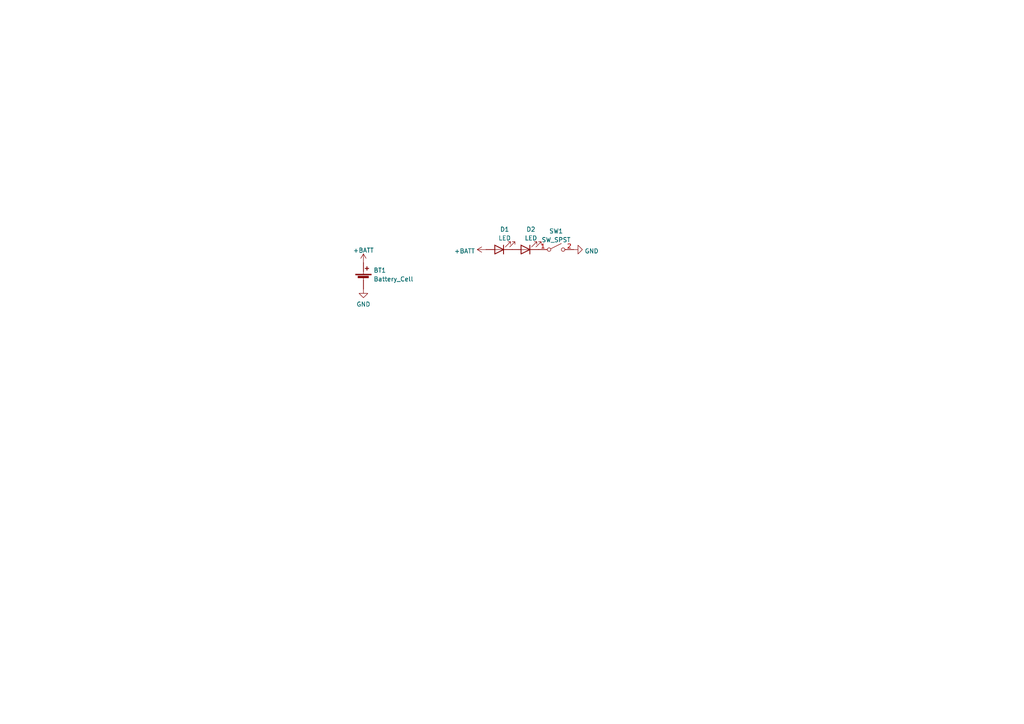
<source format=kicad_sch>
(kicad_sch (version 20211123) (generator eeschema)

  (uuid 8d3f370e-4548-4513-8243-fa262208bdc0)

  (paper "A4")

  (lib_symbols
    (symbol "Device:Battery_Cell" (pin_numbers hide) (pin_names (offset 0) hide) (in_bom yes) (on_board yes)
      (property "Reference" "BT" (id 0) (at 2.54 2.54 0)
        (effects (font (size 1.27 1.27)) (justify left))
      )
      (property "Value" "Battery_Cell" (id 1) (at 2.54 0 0)
        (effects (font (size 1.27 1.27)) (justify left))
      )
      (property "Footprint" "" (id 2) (at 0 1.524 90)
        (effects (font (size 1.27 1.27)) hide)
      )
      (property "Datasheet" "~" (id 3) (at 0 1.524 90)
        (effects (font (size 1.27 1.27)) hide)
      )
      (property "ki_keywords" "battery cell" (id 4) (at 0 0 0)
        (effects (font (size 1.27 1.27)) hide)
      )
      (property "ki_description" "Single-cell battery" (id 5) (at 0 0 0)
        (effects (font (size 1.27 1.27)) hide)
      )
      (symbol "Battery_Cell_0_1"
        (rectangle (start -2.286 1.778) (end 2.286 1.524)
          (stroke (width 0) (type default) (color 0 0 0 0))
          (fill (type outline))
        )
        (rectangle (start -1.5748 1.1938) (end 1.4732 0.6858)
          (stroke (width 0) (type default) (color 0 0 0 0))
          (fill (type outline))
        )
        (polyline
          (pts
            (xy 0 0.762)
            (xy 0 0)
          )
          (stroke (width 0) (type default) (color 0 0 0 0))
          (fill (type none))
        )
        (polyline
          (pts
            (xy 0 1.778)
            (xy 0 2.54)
          )
          (stroke (width 0) (type default) (color 0 0 0 0))
          (fill (type none))
        )
        (polyline
          (pts
            (xy 0.508 3.429)
            (xy 1.524 3.429)
          )
          (stroke (width 0.254) (type default) (color 0 0 0 0))
          (fill (type none))
        )
        (polyline
          (pts
            (xy 1.016 3.937)
            (xy 1.016 2.921)
          )
          (stroke (width 0.254) (type default) (color 0 0 0 0))
          (fill (type none))
        )
      )
      (symbol "Battery_Cell_1_1"
        (pin passive line (at 0 5.08 270) (length 2.54)
          (name "+" (effects (font (size 1.27 1.27))))
          (number "1" (effects (font (size 1.27 1.27))))
        )
        (pin passive line (at 0 -2.54 90) (length 2.54)
          (name "-" (effects (font (size 1.27 1.27))))
          (number "2" (effects (font (size 1.27 1.27))))
        )
      )
    )
    (symbol "Device:LED" (pin_numbers hide) (pin_names (offset 1.016) hide) (in_bom yes) (on_board yes)
      (property "Reference" "D" (id 0) (at 0 2.54 0)
        (effects (font (size 1.27 1.27)))
      )
      (property "Value" "LED" (id 1) (at 0 -2.54 0)
        (effects (font (size 1.27 1.27)))
      )
      (property "Footprint" "" (id 2) (at 0 0 0)
        (effects (font (size 1.27 1.27)) hide)
      )
      (property "Datasheet" "~" (id 3) (at 0 0 0)
        (effects (font (size 1.27 1.27)) hide)
      )
      (property "ki_keywords" "LED diode" (id 4) (at 0 0 0)
        (effects (font (size 1.27 1.27)) hide)
      )
      (property "ki_description" "Light emitting diode" (id 5) (at 0 0 0)
        (effects (font (size 1.27 1.27)) hide)
      )
      (property "ki_fp_filters" "LED* LED_SMD:* LED_THT:*" (id 6) (at 0 0 0)
        (effects (font (size 1.27 1.27)) hide)
      )
      (symbol "LED_0_1"
        (polyline
          (pts
            (xy -1.27 -1.27)
            (xy -1.27 1.27)
          )
          (stroke (width 0.254) (type default) (color 0 0 0 0))
          (fill (type none))
        )
        (polyline
          (pts
            (xy -1.27 0)
            (xy 1.27 0)
          )
          (stroke (width 0) (type default) (color 0 0 0 0))
          (fill (type none))
        )
        (polyline
          (pts
            (xy 1.27 -1.27)
            (xy 1.27 1.27)
            (xy -1.27 0)
            (xy 1.27 -1.27)
          )
          (stroke (width 0.254) (type default) (color 0 0 0 0))
          (fill (type none))
        )
        (polyline
          (pts
            (xy -3.048 -0.762)
            (xy -4.572 -2.286)
            (xy -3.81 -2.286)
            (xy -4.572 -2.286)
            (xy -4.572 -1.524)
          )
          (stroke (width 0) (type default) (color 0 0 0 0))
          (fill (type none))
        )
        (polyline
          (pts
            (xy -1.778 -0.762)
            (xy -3.302 -2.286)
            (xy -2.54 -2.286)
            (xy -3.302 -2.286)
            (xy -3.302 -1.524)
          )
          (stroke (width 0) (type default) (color 0 0 0 0))
          (fill (type none))
        )
      )
      (symbol "LED_1_1"
        (pin passive line (at -3.81 0 0) (length 2.54)
          (name "K" (effects (font (size 1.27 1.27))))
          (number "1" (effects (font (size 1.27 1.27))))
        )
        (pin passive line (at 3.81 0 180) (length 2.54)
          (name "A" (effects (font (size 1.27 1.27))))
          (number "2" (effects (font (size 1.27 1.27))))
        )
      )
    )
    (symbol "Switch:SW_SPST" (pin_names (offset 0) hide) (in_bom yes) (on_board yes)
      (property "Reference" "SW" (id 0) (at 0 3.175 0)
        (effects (font (size 1.27 1.27)))
      )
      (property "Value" "SW_SPST" (id 1) (at 0 -2.54 0)
        (effects (font (size 1.27 1.27)))
      )
      (property "Footprint" "" (id 2) (at 0 0 0)
        (effects (font (size 1.27 1.27)) hide)
      )
      (property "Datasheet" "~" (id 3) (at 0 0 0)
        (effects (font (size 1.27 1.27)) hide)
      )
      (property "ki_keywords" "switch lever" (id 4) (at 0 0 0)
        (effects (font (size 1.27 1.27)) hide)
      )
      (property "ki_description" "Single Pole Single Throw (SPST) switch" (id 5) (at 0 0 0)
        (effects (font (size 1.27 1.27)) hide)
      )
      (symbol "SW_SPST_0_0"
        (circle (center -2.032 0) (radius 0.508)
          (stroke (width 0) (type default) (color 0 0 0 0))
          (fill (type none))
        )
        (polyline
          (pts
            (xy -1.524 0.254)
            (xy 1.524 1.778)
          )
          (stroke (width 0) (type default) (color 0 0 0 0))
          (fill (type none))
        )
        (circle (center 2.032 0) (radius 0.508)
          (stroke (width 0) (type default) (color 0 0 0 0))
          (fill (type none))
        )
      )
      (symbol "SW_SPST_1_1"
        (pin passive line (at -5.08 0 0) (length 2.54)
          (name "A" (effects (font (size 1.27 1.27))))
          (number "1" (effects (font (size 1.27 1.27))))
        )
        (pin passive line (at 5.08 0 180) (length 2.54)
          (name "B" (effects (font (size 1.27 1.27))))
          (number "2" (effects (font (size 1.27 1.27))))
        )
      )
    )
    (symbol "power:+BATT" (power) (pin_names (offset 0)) (in_bom yes) (on_board yes)
      (property "Reference" "#PWR" (id 0) (at 0 -3.81 0)
        (effects (font (size 1.27 1.27)) hide)
      )
      (property "Value" "+BATT" (id 1) (at 0 3.556 0)
        (effects (font (size 1.27 1.27)))
      )
      (property "Footprint" "" (id 2) (at 0 0 0)
        (effects (font (size 1.27 1.27)) hide)
      )
      (property "Datasheet" "" (id 3) (at 0 0 0)
        (effects (font (size 1.27 1.27)) hide)
      )
      (property "ki_keywords" "power-flag battery" (id 4) (at 0 0 0)
        (effects (font (size 1.27 1.27)) hide)
      )
      (property "ki_description" "Power symbol creates a global label with name \"+BATT\"" (id 5) (at 0 0 0)
        (effects (font (size 1.27 1.27)) hide)
      )
      (symbol "+BATT_0_1"
        (polyline
          (pts
            (xy -0.762 1.27)
            (xy 0 2.54)
          )
          (stroke (width 0) (type default) (color 0 0 0 0))
          (fill (type none))
        )
        (polyline
          (pts
            (xy 0 0)
            (xy 0 2.54)
          )
          (stroke (width 0) (type default) (color 0 0 0 0))
          (fill (type none))
        )
        (polyline
          (pts
            (xy 0 2.54)
            (xy 0.762 1.27)
          )
          (stroke (width 0) (type default) (color 0 0 0 0))
          (fill (type none))
        )
      )
      (symbol "+BATT_1_1"
        (pin power_in line (at 0 0 90) (length 0) hide
          (name "+BATT" (effects (font (size 1.27 1.27))))
          (number "1" (effects (font (size 1.27 1.27))))
        )
      )
    )
    (symbol "power:GND" (power) (pin_names (offset 0)) (in_bom yes) (on_board yes)
      (property "Reference" "#PWR" (id 0) (at 0 -6.35 0)
        (effects (font (size 1.27 1.27)) hide)
      )
      (property "Value" "GND" (id 1) (at 0 -3.81 0)
        (effects (font (size 1.27 1.27)))
      )
      (property "Footprint" "" (id 2) (at 0 0 0)
        (effects (font (size 1.27 1.27)) hide)
      )
      (property "Datasheet" "" (id 3) (at 0 0 0)
        (effects (font (size 1.27 1.27)) hide)
      )
      (property "ki_keywords" "power-flag" (id 4) (at 0 0 0)
        (effects (font (size 1.27 1.27)) hide)
      )
      (property "ki_description" "Power symbol creates a global label with name \"GND\" , ground" (id 5) (at 0 0 0)
        (effects (font (size 1.27 1.27)) hide)
      )
      (symbol "GND_0_1"
        (polyline
          (pts
            (xy 0 0)
            (xy 0 -1.27)
            (xy 1.27 -1.27)
            (xy 0 -2.54)
            (xy -1.27 -1.27)
            (xy 0 -1.27)
          )
          (stroke (width 0) (type default) (color 0 0 0 0))
          (fill (type none))
        )
      )
      (symbol "GND_1_1"
        (pin power_in line (at 0 0 270) (length 0) hide
          (name "GND" (effects (font (size 1.27 1.27))))
          (number "1" (effects (font (size 1.27 1.27))))
        )
      )
    )
  )


  (symbol (lib_id "Device:LED") (at 144.78 72.39 180) (unit 1)
    (in_bom yes) (on_board yes) (fields_autoplaced)
    (uuid 1114c832-b22d-4d6f-8bf3-facf844744d1)
    (property "Reference" "D1" (id 0) (at 146.3675 66.5312 0))
    (property "Value" "LED" (id 1) (at 146.3675 69.0681 0))
    (property "Footprint" "LED_SMD:LED_Kingbright_APFA3010_3x1.5mm_Horizontal" (id 2) (at 144.78 72.39 0)
      (effects (font (size 1.27 1.27)) hide)
    )
    (property "Datasheet" "~" (id 3) (at 144.78 72.39 0)
      (effects (font (size 1.27 1.27)) hide)
    )
    (pin "1" (uuid 2ef6c86d-1433-4d40-b8b4-7897dfb10ab2))
    (pin "2" (uuid 4f73342b-6718-4839-904c-19c2a00162b0))
  )

  (symbol (lib_id "power:GND") (at 166.37 72.39 90) (unit 1)
    (in_bom yes) (on_board yes) (fields_autoplaced)
    (uuid 3be848e4-7b22-4936-945d-abc619ecdc35)
    (property "Reference" "#PWR0101" (id 0) (at 172.72 72.39 0)
      (effects (font (size 1.27 1.27)) hide)
    )
    (property "Value" "GND" (id 1) (at 169.545 72.8238 90)
      (effects (font (size 1.27 1.27)) (justify right))
    )
    (property "Footprint" "" (id 2) (at 166.37 72.39 0)
      (effects (font (size 1.27 1.27)) hide)
    )
    (property "Datasheet" "" (id 3) (at 166.37 72.39 0)
      (effects (font (size 1.27 1.27)) hide)
    )
    (pin "1" (uuid 95dc0476-d44d-4781-b2b4-894117d6f893))
  )

  (symbol (lib_id "power:+BATT") (at 105.41 76.2 0) (unit 1)
    (in_bom yes) (on_board yes) (fields_autoplaced)
    (uuid 686cfcd7-f2d9-4b52-9216-691b98da133a)
    (property "Reference" "#PWR0104" (id 0) (at 105.41 80.01 0)
      (effects (font (size 1.27 1.27)) hide)
    )
    (property "Value" "+BATT" (id 1) (at 105.41 72.6242 0))
    (property "Footprint" "" (id 2) (at 105.41 76.2 0)
      (effects (font (size 1.27 1.27)) hide)
    )
    (property "Datasheet" "" (id 3) (at 105.41 76.2 0)
      (effects (font (size 1.27 1.27)) hide)
    )
    (pin "1" (uuid 2de91b07-70c7-4924-805b-6ec9a7dcc032))
  )

  (symbol (lib_id "Device:Battery_Cell") (at 105.41 81.28 0) (unit 1)
    (in_bom yes) (on_board yes) (fields_autoplaced)
    (uuid 8cede9e5-ff0f-4c88-ace1-dd0bb9bf0973)
    (property "Reference" "BT1" (id 0) (at 108.331 78.4133 0)
      (effects (font (size 1.27 1.27)) (justify left))
    )
    (property "Value" "Battery_Cell" (id 1) (at 108.331 80.9502 0)
      (effects (font (size 1.27 1.27)) (justify left))
    )
    (property "Footprint" "Battery:BatteryHolder_Keystone_2998_1x6.8mm" (id 2) (at 105.41 79.756 90)
      (effects (font (size 1.27 1.27)) hide)
    )
    (property "Datasheet" "~" (id 3) (at 105.41 79.756 90)
      (effects (font (size 1.27 1.27)) hide)
    )
    (pin "1" (uuid 47c20ab7-f63c-4d7f-86a8-e52fbe17c250))
    (pin "2" (uuid dd06e7b8-f844-4f7c-b12d-64e703ad3f4a))
  )

  (symbol (lib_id "power:GND") (at 105.41 83.82 0) (unit 1)
    (in_bom yes) (on_board yes) (fields_autoplaced)
    (uuid 9718a1dd-f2cd-4ceb-9718-42d31816d9d2)
    (property "Reference" "#PWR0102" (id 0) (at 105.41 90.17 0)
      (effects (font (size 1.27 1.27)) hide)
    )
    (property "Value" "GND" (id 1) (at 105.41 88.2634 0))
    (property "Footprint" "" (id 2) (at 105.41 83.82 0)
      (effects (font (size 1.27 1.27)) hide)
    )
    (property "Datasheet" "" (id 3) (at 105.41 83.82 0)
      (effects (font (size 1.27 1.27)) hide)
    )
    (pin "1" (uuid c5533c6a-f8b8-43ee-944f-40ce5b5ccd25))
  )

  (symbol (lib_id "Switch:SW_SPST") (at 161.29 72.39 0) (unit 1)
    (in_bom yes) (on_board yes) (fields_autoplaced)
    (uuid d0c15de3-726e-4668-8cb4-4625d3d56d46)
    (property "Reference" "SW1" (id 0) (at 161.29 67.0392 0))
    (property "Value" "SW_SPST" (id 1) (at 161.29 69.5761 0))
    (property "Footprint" "Button_Switch_SMD:SW_DIP_SPSTx01_Slide_6.7x4.1mm_W6.73mm_P2.54mm_LowProfile_JPin" (id 2) (at 161.29 72.39 0)
      (effects (font (size 1.27 1.27)) hide)
    )
    (property "Datasheet" "~" (id 3) (at 161.29 72.39 0)
      (effects (font (size 1.27 1.27)) hide)
    )
    (pin "1" (uuid e35516a0-2336-4eae-b6f9-ce826b78003b))
    (pin "2" (uuid 9a824207-3862-4132-8e75-16428d95d084))
  )

  (symbol (lib_id "Device:LED") (at 152.4 72.39 180) (unit 1)
    (in_bom yes) (on_board yes) (fields_autoplaced)
    (uuid f1d34d4e-a1e0-4eab-b05e-8b2d1eef5e96)
    (property "Reference" "D2" (id 0) (at 153.9875 66.5312 0))
    (property "Value" "LED" (id 1) (at 153.9875 69.0681 0))
    (property "Footprint" "LED_SMD:LED_Kingbright_APFA3010_3x1.5mm_Horizontal" (id 2) (at 152.4 72.39 0)
      (effects (font (size 1.27 1.27)) hide)
    )
    (property "Datasheet" "~" (id 3) (at 152.4 72.39 0)
      (effects (font (size 1.27 1.27)) hide)
    )
    (pin "1" (uuid 8a657620-7c79-4b37-a866-cedae0c18df8))
    (pin "2" (uuid 50ad7ebc-c7c5-4576-a611-3e1a6c1ee889))
  )

  (symbol (lib_id "power:+BATT") (at 140.97 72.39 90) (unit 1)
    (in_bom yes) (on_board yes) (fields_autoplaced)
    (uuid ff50fd3d-c037-4ae9-88f6-be5b0caa6889)
    (property "Reference" "#PWR0103" (id 0) (at 144.78 72.39 0)
      (effects (font (size 1.27 1.27)) hide)
    )
    (property "Value" "+BATT" (id 1) (at 137.795 72.8238 90)
      (effects (font (size 1.27 1.27)) (justify left))
    )
    (property "Footprint" "" (id 2) (at 140.97 72.39 0)
      (effects (font (size 1.27 1.27)) hide)
    )
    (property "Datasheet" "" (id 3) (at 140.97 72.39 0)
      (effects (font (size 1.27 1.27)) hide)
    )
    (pin "1" (uuid cba46fd3-b413-4003-bbf7-8593a8d3cf44))
  )

  (sheet_instances
    (path "/" (page "1"))
  )

  (symbol_instances
    (path "/3be848e4-7b22-4936-945d-abc619ecdc35"
      (reference "#PWR0101") (unit 1) (value "GND") (footprint "")
    )
    (path "/9718a1dd-f2cd-4ceb-9718-42d31816d9d2"
      (reference "#PWR0102") (unit 1) (value "GND") (footprint "")
    )
    (path "/ff50fd3d-c037-4ae9-88f6-be5b0caa6889"
      (reference "#PWR0103") (unit 1) (value "+BATT") (footprint "")
    )
    (path "/686cfcd7-f2d9-4b52-9216-691b98da133a"
      (reference "#PWR0104") (unit 1) (value "+BATT") (footprint "")
    )
    (path "/8cede9e5-ff0f-4c88-ace1-dd0bb9bf0973"
      (reference "BT1") (unit 1) (value "Battery_Cell") (footprint "Battery:BatteryHolder_Keystone_2998_1x6.8mm")
    )
    (path "/1114c832-b22d-4d6f-8bf3-facf844744d1"
      (reference "D1") (unit 1) (value "LED") (footprint "LED_SMD:LED_Kingbright_APFA3010_3x1.5mm_Horizontal")
    )
    (path "/f1d34d4e-a1e0-4eab-b05e-8b2d1eef5e96"
      (reference "D2") (unit 1) (value "LED") (footprint "LED_SMD:LED_Kingbright_APFA3010_3x1.5mm_Horizontal")
    )
    (path "/d0c15de3-726e-4668-8cb4-4625d3d56d46"
      (reference "SW1") (unit 1) (value "SW_SPST") (footprint "Button_Switch_SMD:SW_DIP_SPSTx01_Slide_6.7x4.1mm_W6.73mm_P2.54mm_LowProfile_JPin")
    )
  )
)

</source>
